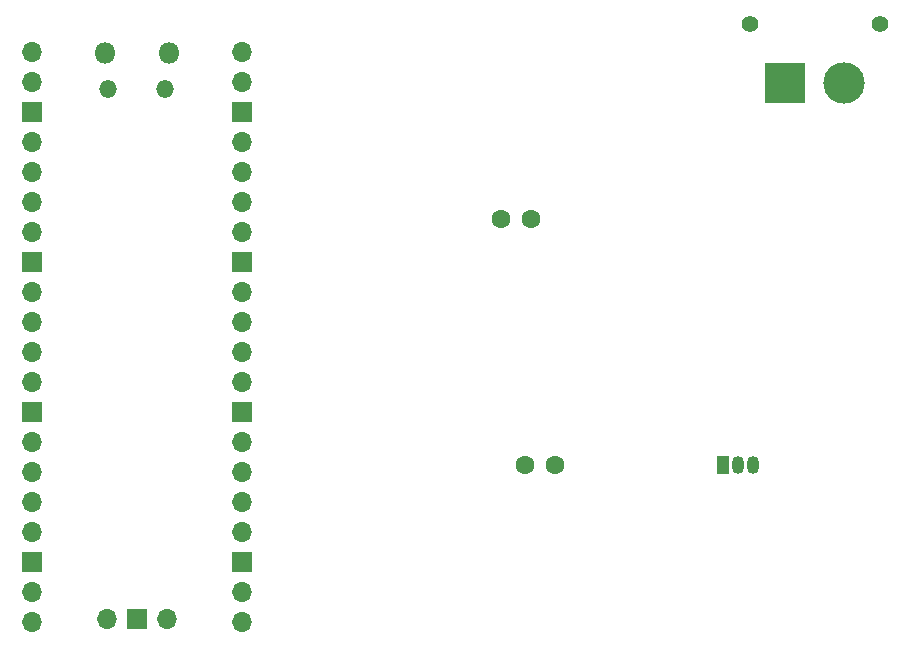
<source format=gbr>
%TF.GenerationSoftware,KiCad,Pcbnew,8.0.0*%
%TF.CreationDate,2024-03-31T23:42:56-03:00*%
%TF.ProjectId,circuito,63697263-7569-4746-9f2e-6b696361645f,rev?*%
%TF.SameCoordinates,Original*%
%TF.FileFunction,Soldermask,Bot*%
%TF.FilePolarity,Negative*%
%FSLAX46Y46*%
G04 Gerber Fmt 4.6, Leading zero omitted, Abs format (unit mm)*
G04 Created by KiCad (PCBNEW 8.0.0) date 2024-03-31 23:42:56*
%MOMM*%
%LPD*%
G01*
G04 APERTURE LIST*
%ADD10C,1.400000*%
%ADD11R,3.500000X3.500000*%
%ADD12C,3.500000*%
%ADD13R,1.050000X1.500000*%
%ADD14O,1.050000X1.500000*%
%ADD15C,1.600000*%
%ADD16O,1.800000X1.800000*%
%ADD17O,1.500000X1.500000*%
%ADD18O,1.700000X1.700000*%
%ADD19R,1.700000X1.700000*%
G04 APERTURE END LIST*
D10*
%TO.C,J1*%
X162500000Y-47500000D03*
X173500000Y-47500000D03*
D11*
X165500000Y-52500000D03*
D12*
X170500000Y-52500000D03*
%TD*%
D13*
%TO.C,Q1*%
X160230000Y-84860000D03*
D14*
X161500000Y-84860000D03*
X162770000Y-84860000D03*
%TD*%
D15*
%TO.C,R1*%
X141460000Y-64000000D03*
X144000000Y-64000000D03*
%TD*%
D16*
%TO.C,U1*%
X107850000Y-49970000D03*
D17*
X108150000Y-53000000D03*
X113000000Y-53000000D03*
D16*
X113300000Y-49970000D03*
D18*
X101685000Y-49840000D03*
X101685000Y-52380000D03*
D19*
X101685000Y-54920000D03*
D18*
X101685000Y-57460000D03*
X101685000Y-60000000D03*
X101685000Y-62540000D03*
X101685000Y-65080000D03*
D19*
X101685000Y-67620000D03*
D18*
X101685000Y-70160000D03*
X101685000Y-72700000D03*
X101685000Y-75240000D03*
X101685000Y-77780000D03*
D19*
X101685000Y-80320000D03*
D18*
X101685000Y-82860000D03*
X101685000Y-85400000D03*
X101685000Y-87940000D03*
X101685000Y-90480000D03*
D19*
X101685000Y-93020000D03*
D18*
X101685000Y-95560000D03*
X101685000Y-98100000D03*
X119465000Y-98100000D03*
X119465000Y-95560000D03*
D19*
X119465000Y-93020000D03*
D18*
X119465000Y-90480000D03*
X119465000Y-87940000D03*
X119465000Y-85400000D03*
X119465000Y-82860000D03*
D19*
X119465000Y-80320000D03*
D18*
X119465000Y-77780000D03*
X119465000Y-75240000D03*
X119465000Y-72700000D03*
X119465000Y-70160000D03*
D19*
X119465000Y-67620000D03*
D18*
X119465000Y-65080000D03*
X119465000Y-62540000D03*
X119465000Y-60000000D03*
X119465000Y-57460000D03*
D19*
X119465000Y-54920000D03*
D18*
X119465000Y-52380000D03*
X119465000Y-49840000D03*
X108035000Y-97870000D03*
D19*
X110575000Y-97870000D03*
D18*
X113115000Y-97870000D03*
%TD*%
D15*
%TO.C,R2*%
X143460000Y-84870000D03*
X146000000Y-84870000D03*
%TD*%
M02*

</source>
